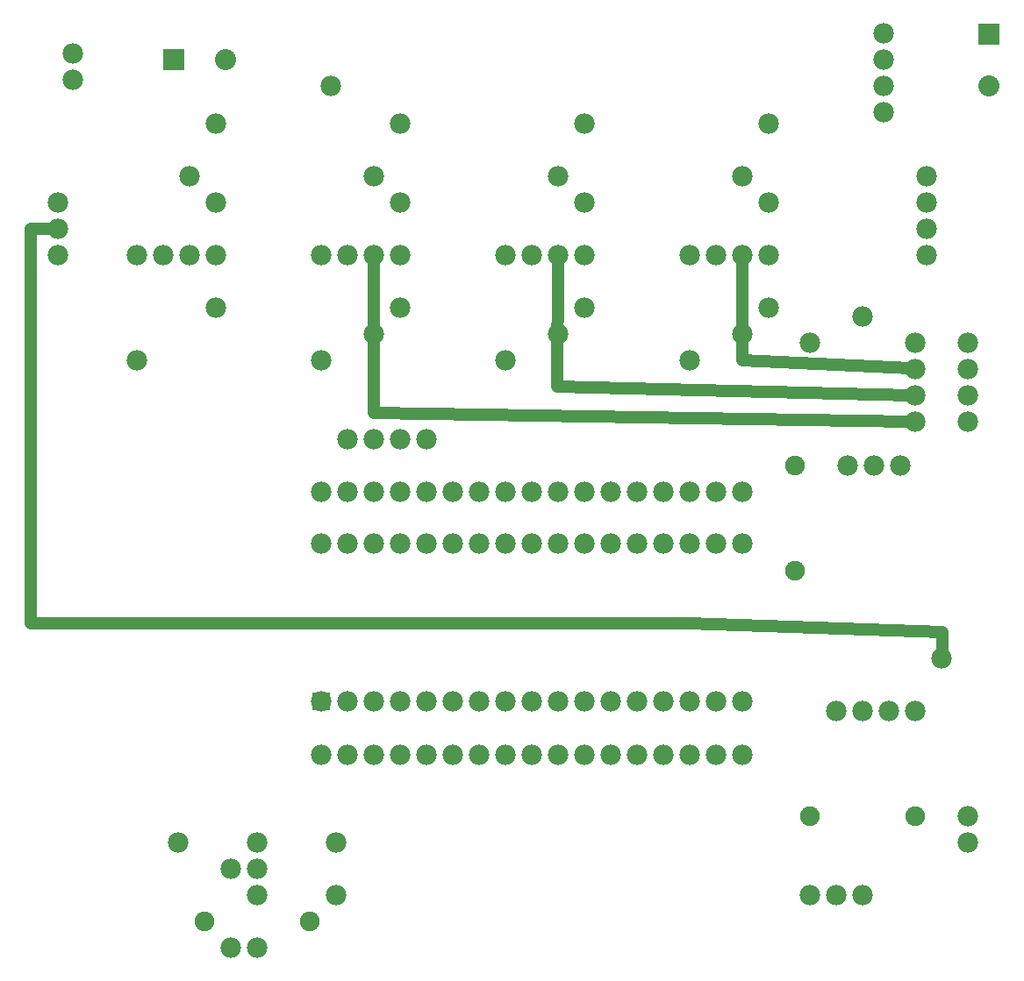
<source format=gtl>
G04 MADE WITH FRITZING*
G04 WWW.FRITZING.ORG*
G04 DOUBLE SIDED*
G04 HOLES PLATED*
G04 CONTOUR ON CENTER OF CONTOUR VECTOR*
%ASAXBY*%
%FSLAX23Y23*%
%MOIN*%
%OFA0B0*%
%SFA1.0B1.0*%
%ADD10C,0.080000*%
%ADD11C,0.078000*%
%ADD12C,0.075000*%
%ADD13C,0.070555*%
%ADD14C,0.070583*%
%ADD15R,0.080000X0.080000*%
%ADD16R,0.070542X0.070570*%
%ADD17C,0.048000*%
%LNCOPPER1*%
G90*
G70*
G54D10*
X623Y3461D03*
X820Y3461D03*
X3720Y3558D03*
X3720Y3361D03*
X3720Y3558D03*
X3720Y3361D03*
G54D11*
X1220Y3361D03*
X1220Y3361D03*
G54D12*
X740Y185D03*
X1140Y185D03*
X740Y185D03*
X1140Y185D03*
G54D11*
X940Y485D03*
X940Y385D03*
X940Y285D03*
X940Y485D03*
X940Y385D03*
X940Y285D03*
G54D12*
X940Y485D03*
X940Y385D03*
X940Y285D03*
X940Y485D03*
X940Y385D03*
X940Y285D03*
G54D11*
X840Y85D03*
X940Y85D03*
X840Y85D03*
X940Y85D03*
X1240Y485D03*
X1240Y485D03*
X1240Y285D03*
X1240Y285D03*
X840Y385D03*
X840Y385D03*
X640Y485D03*
X640Y485D03*
X3640Y585D03*
X3640Y485D03*
X3040Y285D03*
X3140Y285D03*
X3240Y285D03*
G54D12*
X3040Y585D03*
X3440Y585D03*
X3040Y585D03*
X3440Y585D03*
X3381Y1917D03*
X3281Y1917D03*
X3181Y1917D03*
X3381Y1917D03*
X3281Y1917D03*
X3181Y1917D03*
X2881Y2717D03*
X2781Y2717D03*
X2681Y2717D03*
X2881Y2717D03*
X2781Y2717D03*
X2681Y2717D03*
X2181Y2717D03*
X2081Y2717D03*
X1981Y2717D03*
X2181Y2717D03*
X2081Y2717D03*
X1981Y2717D03*
X1481Y2717D03*
X1381Y2717D03*
X1281Y2717D03*
X1481Y2717D03*
X1381Y2717D03*
X1281Y2717D03*
X781Y2717D03*
X681Y2717D03*
X581Y2717D03*
X781Y2717D03*
X681Y2717D03*
X581Y2717D03*
X2981Y1917D03*
X2981Y1517D03*
X2981Y1917D03*
X2981Y1517D03*
X2581Y2717D03*
X2581Y2317D03*
X2581Y2717D03*
X2581Y2317D03*
X1881Y2717D03*
X1881Y2317D03*
X1881Y2717D03*
X1881Y2317D03*
X1181Y2717D03*
X1181Y2317D03*
X1181Y2717D03*
X1181Y2317D03*
X481Y2717D03*
X481Y2317D03*
X481Y2717D03*
X481Y2317D03*
G54D11*
X1581Y2017D03*
X1481Y2017D03*
X1381Y2017D03*
X1281Y2017D03*
X1581Y2017D03*
X1481Y2017D03*
X1381Y2017D03*
X1281Y2017D03*
X1183Y1020D03*
X1283Y1020D03*
X1383Y1020D03*
X1483Y1020D03*
X1583Y1020D03*
X1683Y1020D03*
X1783Y1020D03*
X1883Y1020D03*
X1983Y1020D03*
X2083Y1020D03*
X2183Y1020D03*
X2283Y1020D03*
X2383Y1020D03*
X2483Y1020D03*
X2583Y1020D03*
X2683Y1020D03*
X2783Y1020D03*
X1183Y1020D03*
X1283Y1020D03*
X1383Y1020D03*
X1483Y1020D03*
X1583Y1020D03*
X1683Y1020D03*
X1783Y1020D03*
X1883Y1020D03*
X1983Y1020D03*
X2083Y1020D03*
X2183Y1020D03*
X2283Y1020D03*
X2383Y1020D03*
X2483Y1020D03*
X2583Y1020D03*
X2683Y1020D03*
X2783Y1020D03*
X1183Y1620D03*
X1283Y1620D03*
X1383Y1620D03*
X1483Y1620D03*
X1583Y1620D03*
X1683Y1620D03*
X1783Y1620D03*
X1883Y1620D03*
X1983Y1620D03*
X2083Y1620D03*
X2183Y1620D03*
X2283Y1620D03*
X2383Y1620D03*
X2483Y1620D03*
X2583Y1620D03*
X2683Y1620D03*
X2783Y1620D03*
X1183Y1620D03*
X1283Y1620D03*
X1383Y1620D03*
X1483Y1620D03*
X1583Y1620D03*
X1683Y1620D03*
X1783Y1620D03*
X1883Y1620D03*
X1983Y1620D03*
X2083Y1620D03*
X2183Y1620D03*
X2283Y1620D03*
X2383Y1620D03*
X2483Y1620D03*
X2583Y1620D03*
X2683Y1620D03*
X2783Y1620D03*
G54D13*
X1183Y1020D03*
X1283Y1020D03*
X1383Y1020D03*
X1483Y1020D03*
X1583Y1020D03*
X1683Y1020D03*
X1783Y1020D03*
X1883Y1020D03*
X1983Y1020D03*
G54D14*
X2083Y1020D03*
X2183Y1020D03*
X2283Y1020D03*
G54D13*
X2383Y1020D03*
X2483Y1020D03*
G54D14*
X2583Y1020D03*
X2683Y1020D03*
X2783Y1020D03*
G54D13*
X1183Y1620D03*
X1283Y1620D03*
X1383Y1620D03*
X1483Y1620D03*
X1583Y1620D03*
X1683Y1620D03*
X1983Y1620D03*
G54D14*
X2083Y1620D03*
G54D13*
X1883Y1620D03*
X1783Y1620D03*
G54D14*
X2183Y1620D03*
X2283Y1620D03*
G54D13*
X2383Y1620D03*
X2483Y1620D03*
G54D14*
X2583Y1620D03*
X2683Y1620D03*
X2783Y1620D03*
G54D11*
X3440Y2385D03*
X3440Y2285D03*
X3440Y2185D03*
X3440Y2085D03*
X3440Y2385D03*
X3440Y2285D03*
X3440Y2185D03*
X3440Y2085D03*
X3640Y2385D03*
X3640Y2285D03*
X3640Y2185D03*
X3640Y2085D03*
X3640Y2385D03*
X3640Y2285D03*
X3640Y2185D03*
X3640Y2085D03*
X181Y2917D03*
X181Y2817D03*
X181Y2717D03*
X181Y2917D03*
X181Y2817D03*
X181Y2717D03*
X3320Y3561D03*
X3320Y3461D03*
X3320Y3361D03*
X3320Y3261D03*
X3320Y3561D03*
X3320Y3461D03*
X3320Y3361D03*
X3320Y3261D03*
X3481Y3017D03*
X3481Y2917D03*
X3481Y2817D03*
X3481Y2717D03*
X3481Y3017D03*
X3481Y2917D03*
X3481Y2817D03*
X3481Y2717D03*
X240Y3485D03*
X240Y3385D03*
X240Y3485D03*
X240Y3385D03*
X2581Y2317D03*
X2581Y2317D03*
X2781Y2417D03*
X2781Y2417D03*
X2081Y2417D03*
X2081Y2417D03*
X1381Y2417D03*
X1381Y2417D03*
X1881Y2317D03*
X1881Y2317D03*
X1181Y2317D03*
X1181Y2317D03*
X481Y2317D03*
X481Y2317D03*
X2881Y2517D03*
X2881Y2517D03*
X3240Y985D03*
X3140Y985D03*
X3240Y985D03*
X3140Y985D03*
X3540Y1185D03*
X3540Y1185D03*
X3440Y985D03*
X3340Y985D03*
X3440Y985D03*
X3340Y985D03*
X3381Y1917D03*
X3281Y1917D03*
X3181Y1917D03*
X3381Y1917D03*
X3281Y1917D03*
X3181Y1917D03*
X2881Y2717D03*
X2781Y2717D03*
X2681Y2717D03*
X2881Y2717D03*
X2781Y2717D03*
X2681Y2717D03*
X2881Y3217D03*
X2881Y3217D03*
X2881Y2917D03*
X2881Y2917D03*
X2581Y2717D03*
X2581Y2717D03*
X3240Y2485D03*
X3240Y2485D03*
X3040Y2385D03*
X3040Y2385D03*
X2781Y3017D03*
X2781Y3017D03*
X2181Y3217D03*
X2181Y3217D03*
X2181Y2717D03*
X2081Y2717D03*
X1981Y2717D03*
X2181Y2717D03*
X2081Y2717D03*
X1981Y2717D03*
X2181Y2517D03*
X2181Y2517D03*
X2181Y2917D03*
X2181Y2917D03*
X1881Y2717D03*
X1881Y2717D03*
X2081Y3017D03*
X2081Y3017D03*
X1481Y2917D03*
X1481Y2917D03*
X1481Y2517D03*
X1481Y2517D03*
X1481Y2717D03*
X1381Y2717D03*
X1281Y2717D03*
X1481Y2717D03*
X1381Y2717D03*
X1281Y2717D03*
X1381Y3017D03*
X1381Y3017D03*
X1181Y2717D03*
X1181Y2717D03*
X1481Y3217D03*
X1481Y3217D03*
X681Y3017D03*
X681Y3017D03*
X781Y2517D03*
X781Y2517D03*
X781Y2717D03*
X681Y2717D03*
X581Y2717D03*
X781Y2717D03*
X681Y2717D03*
X581Y2717D03*
X781Y2917D03*
X781Y2917D03*
X481Y2717D03*
X481Y2717D03*
X781Y3217D03*
X781Y3217D03*
X2781Y1817D03*
X2681Y1817D03*
X2581Y1817D03*
X2481Y1817D03*
X2381Y1817D03*
X2281Y1817D03*
X2181Y1817D03*
X2081Y1817D03*
X1981Y1817D03*
X1881Y1817D03*
X1781Y1817D03*
X1681Y1817D03*
X1581Y1817D03*
X1481Y1817D03*
X1381Y1817D03*
X1281Y1817D03*
X1181Y1817D03*
X2781Y1817D03*
X2681Y1817D03*
X2581Y1817D03*
X2481Y1817D03*
X2381Y1817D03*
X2281Y1817D03*
X2181Y1817D03*
X2081Y1817D03*
X1981Y1817D03*
X1881Y1817D03*
X1781Y1817D03*
X1681Y1817D03*
X1581Y1817D03*
X1481Y1817D03*
X1381Y1817D03*
X1281Y1817D03*
X1181Y1817D03*
X2781Y817D03*
X2681Y817D03*
X2581Y817D03*
X2481Y817D03*
X2381Y817D03*
X2281Y817D03*
X2181Y817D03*
X2081Y817D03*
X1981Y817D03*
X1881Y817D03*
X1781Y817D03*
X1681Y817D03*
X1581Y817D03*
X1481Y817D03*
X1381Y817D03*
X1281Y817D03*
X1181Y817D03*
X2781Y817D03*
X2681Y817D03*
X2581Y817D03*
X2481Y817D03*
X2381Y817D03*
X2281Y817D03*
X2181Y817D03*
X2081Y817D03*
X1981Y817D03*
X1881Y817D03*
X1781Y817D03*
X1681Y817D03*
X1581Y817D03*
X1481Y817D03*
X1381Y817D03*
X1281Y817D03*
X1181Y817D03*
G54D15*
X623Y3461D03*
X3720Y3558D03*
X3720Y3558D03*
G54D16*
X1183Y1020D03*
G54D17*
X79Y1316D02*
X2579Y1316D01*
D02*
X79Y2817D02*
X79Y1316D01*
D02*
X3544Y1285D02*
X3541Y1204D01*
D02*
X2579Y1316D02*
X3544Y1285D01*
D02*
X162Y2817D02*
X79Y2817D01*
D02*
X2783Y2318D02*
X2781Y2698D01*
D02*
X3421Y2286D02*
X2783Y2318D01*
D02*
X2079Y2218D02*
X2081Y2698D01*
D02*
X3421Y2185D02*
X2079Y2218D01*
D02*
X1381Y2117D02*
X1381Y2698D01*
D02*
X3421Y2085D02*
X1381Y2117D01*
G04 End of Copper1*
M02*
</source>
